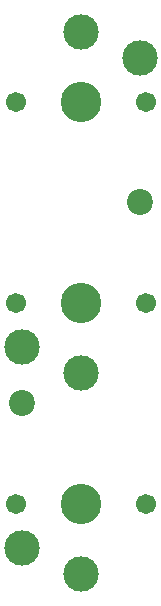
<source format=gbr>
%TF.GenerationSoftware,KiCad,Pcbnew,(7.0.0-0)*%
%TF.CreationDate,2023-06-29T16:50:21+08:00*%
%TF.ProjectId,thumb3,7468756d-6233-42e6-9b69-6361645f7063,v1.0.0*%
%TF.SameCoordinates,Original*%
%TF.FileFunction,NonPlated,1,2,NPTH,Drill*%
%TF.FilePolarity,Positive*%
%FSLAX46Y46*%
G04 Gerber Fmt 4.6, Leading zero omitted, Abs format (unit mm)*
G04 Created by KiCad (PCBNEW (7.0.0-0)) date 2023-06-29 16:50:21*
%MOMM*%
%LPD*%
G01*
G04 APERTURE LIST*
%TA.AperFunction,ComponentDrill*%
%ADD10C,1.701800*%
%TD*%
%TA.AperFunction,ComponentDrill*%
%ADD11C,2.200000*%
%TD*%
%TA.AperFunction,ComponentDrill*%
%ADD12C,3.000000*%
%TD*%
%TA.AperFunction,ComponentDrill*%
%ADD13C,3.429000*%
%TD*%
G04 APERTURE END LIST*
D10*
%TO.C,S1*%
X-5500000Y34000000D03*
%TO.C,S2*%
X-5500000Y17000000D03*
%TO.C,S3*%
X-5500000Y0D03*
%TO.C,S1*%
X5500000Y34000000D03*
%TO.C,S2*%
X5500000Y17000000D03*
%TO.C,S3*%
X5500000Y0D03*
D11*
%TO.C,H1*%
X-5000000Y8500000D03*
%TO.C,H2*%
X5000000Y25500000D03*
D12*
%TO.C,S2*%
X-5000000Y13250000D03*
%TO.C,S3*%
X-5000000Y-3750000D03*
%TO.C,S1*%
X0Y39950000D03*
%TO.C,S2*%
X0Y11050000D03*
%TO.C,S3*%
X0Y-5950000D03*
%TO.C,S1*%
X5000000Y37750000D03*
D13*
X0Y34000000D03*
%TO.C,S2*%
X0Y17000000D03*
%TO.C,S3*%
X0Y0D03*
M02*

</source>
